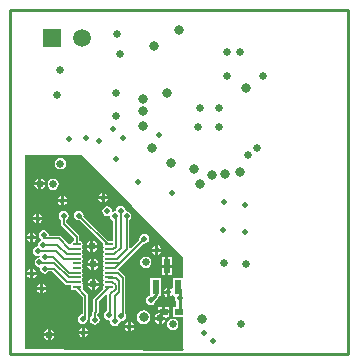
<source format=gbl>
%FSTAX24Y24*%
%MOIN*%
%SFA1B1*%

%IPPOS*%
%ADD15R,0.025000X0.020000*%
%ADD26C,0.010000*%
%ADD27C,0.006000*%
%ADD31R,0.059100X0.059100*%
%ADD32C,0.059100*%
%ADD33C,0.020000*%
%ADD34C,0.025000*%
%ADD35C,0.033000*%
%ADD42R,0.028000X0.009100*%
%ADD43O,0.028000X0.009100*%
%ADD44R,0.023600X0.047200*%
%LN16_chan-1*%
%LPD*%
G36*
X01766Y013284D02*
Y012612D01*
X017306*
Y012292*
X017297Y012287*
X017262Y012268*
X017212Y012301*
X0172Y012303*
Y01215*
Y011997*
X017212Y011999*
X017265Y012035*
X017306Y012087*
Y012019*
X017337*
X017369Y011981*
X017367Y01197*
X017379Y011908*
X017415Y011855*
X017418Y011853*
Y01166*
X017315*
Y01134*
X01766*
Y01026*
X017664Y010256*
X017645Y01021*
X01239Y01025*
Y01671*
X012394Y01672*
X014267*
X01766Y013284*
G37*
%LN16_chan-2*%
%LPC*%
G36*
X01461Y01237D02*
X014481D01*
X014486Y012348*
X014527Y012287*
X014588Y012246*
X01461Y012241*
Y01237*
G37*
G36*
X014839D02*
X01471D01*
Y012241*
X014732Y012246*
X014793Y012287*
X014834Y012348*
X014839Y01237*
G37*
G36*
X01288Y01242D02*
X012868Y012418D01*
X012815Y012382*
X012779Y012329*
X012777Y012317*
X01288*
Y01242*
G37*
G36*
X0171Y012303D02*
X017088Y012301D01*
X017035Y012265*
X016999Y012212*
X016997Y0122*
X0171*
Y012303*
G37*
G36*
Y0121D02*
X016997D01*
X016999Y012088*
X017035Y012035*
X017088Y011999*
X0171Y011997*
Y0121*
G37*
G36*
X016914Y012612D02*
X016558D01*
Y012051*
X016508Y012041*
X016455Y012005*
X016419Y011952*
X016407Y01189*
X016419Y011828*
X016455Y011775*
X016508Y011739*
X01657Y011727*
X016632Y011739*
X016685Y011775*
X016721Y011828*
X016733Y01189*
X016732Y011894*
X016815Y011977*
X01684Y012013*
X016841Y012019*
X016914*
Y012612*
G37*
G36*
X013083Y012217D02*
X01298D01*
Y012114*
X012992Y012116*
X013045Y012151*
X013081Y012204*
X013083Y012217*
G37*
G36*
X01288D02*
X012777D01*
X012779Y012204*
X012815Y012151*
X012868Y012116*
X01288Y012114*
Y012217*
G37*
G36*
X01298Y01242D02*
Y012317D01*
X013083*
X013081Y012329*
X013045Y012382*
X012992Y012418*
X01298Y01242*
G37*
G36*
X01256Y012923D02*
X012548Y012921D01*
X012495Y012885*
X012459Y012832*
X012457Y01282*
X01256*
Y012923*
G37*
G36*
X017288Y012974D02*
X01716D01*
Y012728*
X017288*
Y012974*
G37*
G36*
X01459Y01303D02*
X014461D01*
X014466Y013008*
X014507Y012947*
X014568Y012906*
X01459Y012901*
Y01303*
G37*
G36*
X01266Y012923D02*
Y01282D01*
X012763*
X012761Y012832*
X012725Y012885*
X012672Y012921*
X01266Y012923*
G37*
G36*
X01706Y012974D02*
X016932D01*
Y012728*
X01706*
Y012974*
G37*
G36*
X01471Y012599D02*
Y01247D01*
X014839*
X014834Y012492*
X014793Y012553*
X014732Y012594*
X01471Y012599*
G37*
G36*
X01461D02*
X014588Y012594D01*
X014527Y012553*
X014486Y012492*
X014481Y01247*
X01461*
Y012599*
G37*
G36*
X012763Y01272D02*
X01266D01*
Y012617*
X012672Y012619*
X012725Y012655*
X012761Y012708*
X012763Y01272*
G37*
G36*
X01256D02*
X012457D01*
X012459Y012708*
X012495Y012655*
X012548Y012619*
X01256Y012617*
Y01272*
G37*
G36*
X0158Y01095D02*
X015697D01*
X015699Y010938*
X015735Y010885*
X015788Y010849*
X0158Y010847*
Y01095*
G37*
G36*
X01323Y010919D02*
Y01079D01*
X013359*
X013354Y010812*
X013313Y010873*
X013252Y010914*
X01323Y010919*
G37*
G36*
X01427Y010963D02*
X014258Y010961D01*
X014205Y010925*
X014169Y010872*
X014167Y01086*
X01427*
Y010963*
G37*
G36*
X016003Y01095D02*
X0159D01*
Y010847*
X015912Y010849*
X015965Y010885*
X016001Y010938*
X016003Y01095*
G37*
G36*
X01313Y010919D02*
X013108Y010914D01*
X013047Y010873*
X013006Y010812*
X013001Y01079*
X01313*
Y010919*
G37*
G36*
X013359Y01069D02*
X01323D01*
Y010561*
X013252Y010566*
X013313Y010607*
X013354Y010668*
X013359Y01069*
G37*
G36*
X01313D02*
X013001D01*
X013006Y010668*
X013047Y010607*
X013108Y010566*
X01313Y010561*
Y01069*
G37*
G36*
X014473Y01076D02*
X01437D01*
Y010657*
X014382Y010659*
X014435Y010695*
X014471Y010748*
X014473Y01076*
G37*
G36*
X01427D02*
X014167D01*
X014169Y010748*
X014205Y010695*
X014258Y010659*
X01427Y010657*
Y01076*
G37*
G36*
X01437Y010963D02*
Y01086D01*
X014473*
X014471Y010872*
X014435Y010925*
X014382Y010961*
X01437Y010963*
G37*
G36*
X016815Y011474D02*
X016801Y011459D01*
X016789Y011442*
X016747Y011413*
X016706Y011352*
X016701Y01133*
X017059*
X017064Y011301*
X017096Y01134*
X017185*
Y01145*
X016815*
Y011474*
G37*
G36*
X017059Y01123D02*
X01693D01*
Y011101*
X016952Y011106*
X017013Y011147*
X017054Y011208*
X017059Y01123*
G37*
G36*
X017185Y01166D02*
X01705D01*
Y01155*
X017185*
Y01166*
G37*
G36*
X01695D02*
X016815D01*
Y01155*
X01695*
Y01166*
G37*
G36*
X01683Y01123D02*
X016701D01*
X016706Y011208*
X016747Y011147*
X016808Y011106*
X01683Y011101*
Y01123*
G37*
G36*
X0158Y011153D02*
X015788Y011151D01*
X015735Y011115*
X015699Y011062*
X015697Y01105*
X0158*
Y011153*
G37*
G36*
X0173Y011269D02*
X017228Y011254D01*
X017167Y011213*
X017126Y011152*
X017111Y01108*
X017126Y011008*
X017167Y010947*
X017228Y010906*
X0173Y010891*
X017372Y010906*
X017433Y010947*
X017474Y011008*
X017489Y01108*
X017474Y011152*
X017433Y011213*
X017372Y011254*
X0173Y011269*
G37*
G36*
X016333Y011546D02*
X016245Y011529D01*
X016171Y011479*
X016121Y011405*
X016104Y011317*
X016121Y011229*
X016171Y011155*
X016245Y011105*
X016333Y011088*
X016421Y011105*
X016495Y011155*
X016545Y011229*
X016562Y011317*
X016545Y011405*
X016495Y011479*
X016421Y011529*
X016333Y011546*
G37*
G36*
X0159Y011153D02*
Y01105D01*
X016003*
X016001Y011062*
X015965Y011115*
X015912Y011151*
X0159Y011153*
G37*
G36*
X013773Y01515D02*
X01367D01*
Y015047*
X013682Y015049*
X013735Y015085*
X013771Y015138*
X013773Y01515*
G37*
G36*
X01357D02*
X013467D01*
X013469Y015138*
X013505Y015085*
X013558Y015049*
X01357Y015047*
Y01515*
G37*
G36*
X015133Y01525D02*
X01503D01*
Y015147*
X015042Y015149*
X015095Y015185*
X015131Y015238*
X015133Y01525*
G37*
G36*
X01493D02*
X014827D01*
X014829Y015238*
X014865Y015185*
X014918Y015149*
X01493Y015147*
Y01525*
G37*
G36*
X01557Y015033D02*
X015508Y015021D01*
X015455Y014985*
X015419Y014932*
X015407Y01487*
X015386Y014849*
X015372Y014851*
X015309Y014839*
X015304Y014836*
X015283Y01485*
X015271Y014912*
X015235Y014965*
X015182Y015001*
X01512Y015013*
X015058Y015001*
X015005Y014965*
X014969Y014912*
X014957Y01485*
X014969Y014788*
X015005Y014735*
X015058Y014699*
X01512Y014687*
X015182Y014699*
X015187Y014703*
X015209Y014688*
X015221Y014626*
X015256Y014573*
X015305Y01454*
Y013885*
X015266Y013854*
X015261Y013855*
X015155*
X014328Y014682*
X014333Y01471*
X014321Y014772*
X014285Y014825*
X014232Y014861*
X01417Y014873*
X014108Y014861*
X014055Y014825*
X014019Y014772*
X014007Y01471*
X014019Y014648*
X014055Y014595*
X014108Y014559*
X01417Y014547*
X014198Y014552*
X014971Y013779*
X014965Y013747*
X014973Y013706*
X014997Y013671*
Y013666*
X014973Y013631*
X014965Y01359*
X014973Y013549*
X014997Y013514*
Y013508*
X014973Y013473*
X014965Y013432*
X014973Y013391*
X014997Y013356*
Y013351*
X014973Y013316*
X014965Y013275*
X014973Y013234*
X014997Y013199*
Y013193*
X014973Y013158*
X014965Y013117*
X014973Y013076*
X014997Y013041*
Y013036*
X014973Y013001*
X014965Y01296*
X014973Y012919*
X014997Y012884*
Y012878*
X014973Y012844*
X014965Y012802*
X014973Y012761*
X014997Y012727*
Y012721*
X014973Y012686*
X014965Y012645*
X014973Y012604*
X014997Y012569*
Y012563*
X014973Y012529*
X014965Y012487*
X014973Y012446*
X014997Y012412*
Y012406*
X014973Y012371*
X014965Y01233*
X014973Y012289*
X014982Y012275*
X014677Y01197*
X014657Y01194*
X01465Y011905*
Y011543*
X014635Y011528*
X014615Y011499*
X014608Y011464*
Y011361*
X014585Y011345*
X014549Y011292*
X014537Y01123*
X014549Y011168*
X014585Y011115*
X014638Y011079*
X0147Y011067*
X014762Y011079*
X014815Y011115*
X014851Y011168*
X014863Y01123*
X014851Y011292*
X014815Y011345*
X014792Y011361*
Y011426*
X014807Y01144*
X014827Y01147*
X014834Y011505*
Y011867*
X015065Y012098*
X015113Y012088*
X015118Y012086*
Y011542*
X015112Y011541*
X015059Y011505*
X015024Y011452*
X015012Y01139*
X015024Y011328*
X015059Y011275*
X015112Y011239*
X015175Y011227*
X015209Y011192*
X015207Y01118*
X015219Y011118*
X015255Y011065*
X015308Y011029*
X01537Y011017*
X015432Y011029*
X015485Y011065*
X015521Y011118*
X015532Y011172*
X015573Y0112*
X01559Y011197*
X015652Y011209*
X015705Y011245*
X015741Y011298*
X015753Y01136*
X015741Y011422*
X015728Y011441*
Y012643*
X015721Y012678*
X015702Y012708*
X015542Y012867*
X015513Y012887*
X015478Y012894*
Y012928*
X015602Y013053*
X016322Y013772*
X01635Y013767*
X016412Y013779*
X016465Y013815*
X016501Y013868*
X016513Y01393*
X016501Y013992*
X016465Y014045*
X016412Y014081*
X01635Y014093*
X016288Y014081*
X016235Y014045*
X016199Y013992*
X016187Y01393*
X016192Y013902*
X015903Y013613*
X015857Y013632*
Y014554*
X015881Y014569*
X015916Y014622*
X015928Y014685*
X015916Y014747*
X015881Y0148*
X015828Y014835*
X015765Y014848*
X015757Y014846*
X015733Y01487*
X015721Y014932*
X015685Y014985*
X015632Y015021*
X01557Y015033*
G37*
G36*
X012963Y01456D02*
X01286D01*
Y014457*
X012872Y014459*
X012925Y014495*
X012961Y014548*
X012963Y01456*
G37*
G36*
X01276D02*
X012657D01*
X012659Y014548*
X012695Y014495*
X012748Y014459*
X01276Y014457*
Y01456*
G37*
G36*
X01286Y014763D02*
Y01466D01*
X012963*
X012961Y014672*
X012925Y014725*
X012872Y014761*
X01286Y014763*
G37*
G36*
X01276D02*
X012748Y014761D01*
X012695Y014725*
X012659Y014672*
X012657Y01466*
X01276*
Y014763*
G37*
G36*
X01357Y015353D02*
X013558Y015351D01*
X013505Y015315*
X013469Y015262*
X013467Y01525*
X01357*
Y015353*
G37*
G36*
X01282Y015949D02*
X012798Y015944D01*
X012737Y015903*
X012696Y015842*
X012691Y01582*
X01282*
Y015949*
G37*
G36*
X013049Y01572D02*
X01292D01*
Y015591*
X012942Y015596*
X013003Y015637*
X013044Y015698*
X013049Y01572*
G37*
G36*
X01356Y016629D02*
X013488Y016614D01*
X013427Y016573*
X013386Y016512*
X013371Y01644*
X013386Y016368*
X013427Y016307*
X013488Y016266*
X01356Y016251*
X013632Y016266*
X013693Y016307*
X013734Y016368*
X013749Y01644*
X013734Y016512*
X013693Y016573*
X013632Y016614*
X01356Y016629*
G37*
G36*
X01292Y015949D02*
Y01582D01*
X013049*
X013044Y015842*
X013003Y015903*
X012942Y015944*
X01292Y015949*
G37*
G36*
X01282Y01572D02*
X012691D01*
X012696Y015698*
X012737Y015637*
X012798Y015596*
X01282Y015591*
Y01572*
G37*
G36*
X01493Y015453D02*
X014918Y015451D01*
X014865Y015415*
X014829Y015362*
X014827Y01535*
X01493*
Y015453*
G37*
G36*
X01367Y015353D02*
Y01525D01*
X013773*
X013771Y015262*
X013735Y015315*
X013682Y015351*
X01367Y015353*
G37*
G36*
X01332Y015939D02*
X013248Y015924D01*
X013187Y015883*
X013146Y015822*
X013131Y01575*
X013146Y015678*
X013187Y015617*
X013248Y015576*
X01332Y015561*
X013392Y015576*
X013453Y015617*
X013494Y015678*
X013509Y01575*
X013494Y015822*
X013453Y015883*
X013392Y015924*
X01332Y015939*
G37*
G36*
X01503Y015453D02*
Y01535D01*
X015133*
X015131Y015362*
X015095Y015415*
X015042Y015451*
X01503Y015453*
G37*
G36*
X01672Y01351D02*
X016617D01*
X016619Y013498*
X016655Y013445*
X016708Y013409*
X01672Y013407*
Y01351*
G37*
G36*
X01469Y013259D02*
Y01313D01*
X014819*
X014814Y013152*
X014773Y013213*
X014712Y013254*
X01469Y013259*
G37*
G36*
X01456Y01363D02*
X014431D01*
X014436Y013608*
X014477Y013547*
X014538Y013506*
X01456Y013501*
Y01363*
G37*
G36*
X016923Y01351D02*
X01682D01*
Y013407*
X016832Y013409*
X016885Y013445*
X016921Y013498*
X016923Y01351*
G37*
G36*
X01459Y013259D02*
X014568Y013254D01*
X014507Y013213*
X014466Y013152*
X014461Y01313*
X01459*
Y013259*
G37*
G36*
X0164Y013339D02*
X016328Y013324D01*
X016267Y013283*
X016226Y013222*
X016211Y01315*
X016226Y013078*
X016267Y013017*
X016328Y012976*
X0164Y012961*
X016472Y012976*
X016533Y013017*
X016574Y013078*
X016589Y01315*
X016574Y013222*
X016533Y013283*
X016472Y013324*
X0164Y013339*
G37*
G36*
X014819Y01303D02*
X01469D01*
Y012901*
X014712Y012906*
X014773Y012947*
X014814Y013008*
X014819Y01303*
G37*
G36*
X017288Y013321D02*
X01716D01*
Y013074*
X017288*
Y013321*
G37*
G36*
X01706D02*
X016932D01*
Y013074*
X01706*
Y013321*
G37*
G36*
X014789Y01363D02*
X01466D01*
Y013501*
X014682Y013506*
X014743Y013547*
X014784Y013608*
X014789Y01363*
G37*
G36*
X012756Y01394D02*
X012653D01*
Y013837*
X012666Y013839*
X012719Y013875*
X012754Y013928*
X012756Y01394*
G37*
G36*
X012553D02*
X01245D01*
X012452Y013928*
X012488Y013875*
X012541Y013839*
X012553Y013837*
Y01394*
G37*
G36*
X012653Y014143D02*
Y01404D01*
X012756*
X012754Y014052*
X012719Y014105*
X012666Y014141*
X012653Y014143*
G37*
G36*
X012553D02*
X012541Y014141D01*
X012488Y014105*
X012452Y014052*
X01245Y01404*
X012553*
Y014143*
G37*
G36*
X01367Y014863D02*
X013608Y014851D01*
X013555Y014815*
X013519Y014762*
X013507Y0147*
X013519Y014638*
X013555Y014585*
X013578Y014569*
Y01443*
X013585Y014395*
X013605Y014365*
X014008Y013962*
Y013855*
X014006*
X013964Y013846*
X01393Y013823*
X013906Y013788*
X013898Y013747*
X013843Y013736*
X013565Y014015*
X013535Y014035*
X0135Y014042*
X013178*
X013163Y01406*
X013151Y014122*
X013115Y014175*
X013062Y014211*
X013Y014223*
X012938Y014211*
X012885Y014175*
X012849Y014122*
X012837Y01406*
X012849Y013998*
X012885Y013945*
X012913Y013926*
X012915Y013915*
X012908Y013871*
X012855Y013835*
X012819Y013782*
X012807Y01372*
X0128Y013683*
X012738Y013671*
X012685Y013635*
X012649Y013582*
X012637Y01352*
X012649Y013458*
X012685Y013405*
X012738Y013369*
X0128Y013357*
X012862Y013369*
X012869Y013362*
X012865Y01334*
X012857Y013312*
X012798Y013301*
X012745Y013265*
X012709Y013212*
X012697Y01315*
X012709Y013088*
X012745Y013035*
X012798Y012999*
X012841Y012991*
X012869Y012949*
X012867Y01294*
X012879Y012878*
X012915Y012825*
X012968Y012789*
X01303Y012777*
X013092Y012789*
X013145Y012825*
X013161Y012848*
X013292*
X013718Y012423*
X013747Y012403*
X013783Y012396*
X0139*
Y012225*
X014075*
X014296Y012005*
Y011422*
X014238Y011411*
X014185Y011375*
X014149Y011322*
X014137Y01126*
X014149Y011198*
X014185Y011145*
X014238Y011109*
X0143Y011097*
X014362Y011109*
X014415Y011145*
X014451Y011198*
X014459Y011237*
X014472Y011257*
X014473Y011263*
X014479Y011293*
Y012043*
X014472Y012078*
X014452Y012107*
X0143Y01226*
Y012435*
X014294Y012446*
X014302Y012487*
X014294Y012529*
X01427Y012563*
Y012569*
X014294Y012604*
X014302Y012645*
X014294Y012686*
X01427Y012721*
Y012727*
X014294Y012761*
X014302Y012802*
X014294Y012844*
X01427Y012878*
Y012884*
X014294Y012919*
X014302Y01296*
X014294Y013001*
X01427Y013036*
Y013041*
X014294Y013076*
X014302Y013117*
X014294Y013158*
X01427Y013193*
Y013199*
X014294Y013234*
X014302Y013275*
X014294Y013316*
X01427Y013351*
Y013356*
X014294Y013391*
X014302Y013432*
X014294Y013473*
X01427Y013508*
Y013514*
X014294Y013549*
X014302Y01359*
X014294Y013631*
X01427Y013666*
Y013671*
X014294Y013706*
X014302Y013747*
X014294Y013788*
X01427Y013823*
X014236Y013846*
X014194Y013855*
X014192*
Y014*
X014185Y014035*
X014165Y014065*
X013762Y014468*
Y014569*
X013785Y014585*
X013821Y014638*
X013833Y0147*
X013821Y014762*
X013785Y014815*
X013732Y014851*
X01367Y014863*
G37*
G36*
X01682Y013713D02*
Y01361D01*
X016923*
X016921Y013622*
X016885Y013675*
X016832Y013711*
X01682Y013713*
G37*
G36*
X01672D02*
X016708Y013711D01*
X016655Y013675*
X016619Y013622*
X016617Y01361*
X01672*
Y013713*
G37*
G36*
X01466Y013859D02*
Y01373D01*
X014789*
X014784Y013752*
X014743Y013813*
X014682Y013854*
X01466Y013859*
G37*
G36*
X01456D02*
X014538Y013854D01*
X014477Y013813*
X014436Y013752*
X014431Y01373*
X01456*
Y013859*
G37*
%LN16_chan-3*%
%LPD*%
G54D15*
X0175Y0115D03*
X017D03*
G54D26*
X01753Y01227D02*
D01*
X017529Y012273*
X017529Y012276*
X017528Y012279*
X017528Y012282*
X017527Y012285*
X017526Y012288*
X017524Y012291*
X017523Y012294*
X017521Y012297*
X017519Y012299*
X017517Y012301*
X017514Y012304*
X017512Y012306*
X017509Y012308*
X017507Y012309*
X017504Y012311*
X017501Y012312*
X017498Y012313*
X017495Y012314*
X017491Y012315*
X017488Y012315*
X017485Y012315*
X017484Y012316*
X01753Y01197D02*
Y01227D01*
X01688Y01138D02*
X017Y0115D01*
X01688Y01128D02*
Y01138D01*
X016736Y012056D02*
Y012316D01*
X01659Y01191D02*
X016736Y012056D01*
X01753Y01153D02*
Y01197D01*
X0175Y0115D02*
X01753Y01153D01*
X01188Y0101D02*
Y02156D01*
Y0101D02*
X02314D01*
Y02156*
X01188D02*
X02314D01*
G54D27*
X01417Y01471D02*
X015133Y013747D01*
X013Y01395D02*
X0135D01*
X013D02*
Y01406D01*
X01367Y01443D02*
Y0147D01*
X01537Y01112D02*
X0154Y01115D01*
X015167Y012802D02*
X015478D01*
X015172Y01264D02*
X015397D01*
X015167Y012645D02*
X015172Y01264D01*
X015517Y012157D02*
Y01252D01*
X015397Y01264D02*
X015517Y01252D01*
X015478Y012802D02*
X015637Y012643D01*
X015397Y012274D02*
Y012386D01*
X015167Y012487D02*
X015295D01*
X015397Y012386*
X014742Y011905D02*
X015167Y01233D01*
X014387Y011293D02*
Y012043D01*
X0141Y01233D02*
X014387Y012043D01*
X013783Y012487D02*
X0141D01*
X01286Y01315D02*
X01287Y01314D01*
X013835Y012645D02*
X0141D01*
X013848Y012802D02*
X0141D01*
X013768Y013432D02*
X0141D01*
X01346Y01374D02*
X013768Y013432D01*
X01386Y01359D02*
X0141D01*
Y013747D02*
Y014D01*
X01367Y01443D02*
X0141Y014D01*
X015372Y014688D02*
X015397Y014663D01*
Y013673D02*
Y014663D01*
X01532Y013597D02*
X015397Y013673D01*
X015174Y013597D02*
X01532D01*
X015167Y01359D02*
X015174Y013597D01*
X015167Y013432D02*
X015362D01*
X01557Y01364*
Y01487*
X015765Y013595D02*
Y014685D01*
X015445Y013275D02*
X015765Y013595D01*
X015167Y013275D02*
X015445D01*
X015537Y013117D02*
X01635Y01393D01*
X01515Y01139D02*
X01521Y01145D01*
Y012087*
X015397Y012274*
X01539Y01203D02*
X015517Y012157D01*
X01539Y01121D02*
Y01203D01*
X01537Y01119D02*
X01539Y01121D01*
X01537Y01112D02*
Y01118D01*
Y01119*
X015637Y01136D02*
Y012643D01*
X014355Y01126D02*
X014387Y011293D01*
X0143Y01126D02*
X014355D01*
X0147Y01123D02*
Y011464D01*
X014742Y011505*
Y011905*
X015167Y01296D02*
X01538D01*
X015537Y013117*
X015167D02*
X015537D01*
X013665Y013275D02*
X0141D01*
X01303Y01294D02*
X01333D01*
X013783Y012487*
X01341Y01353D02*
X013665Y013275D01*
X01332Y01333D02*
X013848Y012802D01*
X01334Y01314D02*
X013835Y012645D01*
X0135Y01395D02*
X01386Y01359D01*
X01306Y01333D02*
X01332D01*
X01287Y01314D02*
X01334D01*
X0128Y01352D02*
X01281Y01353D01*
X01341*
X01297Y01372D02*
X01299Y01374D01*
X01346*
G54D31*
X01327Y02062D03*
G54D32*
X01427Y02062D03*
G54D33*
X01453Y01472D03*
X014833Y014943D03*
X01512Y01485D03*
X01498Y0153D03*
X015372Y014688D03*
X01509Y01103D03*
X015175Y01139D03*
X0148Y01096D03*
X01559Y01136D03*
X01417Y01471D03*
X01685Y0174D03*
X015765Y014685D03*
X01557Y01487D03*
X01635Y01393D03*
X01537Y01118D03*
X01715Y01215D03*
X01293Y012267D03*
X01261Y01277D03*
X012603Y01399D03*
X01281Y01461D03*
X01362Y0152D03*
X01677Y01356D03*
X01711Y01299D03*
X01585Y011D03*
X01432Y01081D03*
X0143Y01126D03*
X0147Y01123D03*
X01286Y01315D03*
X01303Y01294D03*
X01306Y01333D03*
X0128Y01352D03*
X013Y01406D03*
X01297Y01372D03*
X01532Y01759D03*
X01563Y01731D03*
X01483Y0172D03*
X01541Y01661D03*
X01616Y01584D03*
X01728Y01547D03*
X019Y01516D03*
X01899Y01424D03*
X01971Y01416D03*
Y01507D03*
X01367Y0147D03*
X01833Y01079D03*
X01864Y01052D03*
X01386Y01727D03*
X0144Y0173D03*
X01753Y01197D03*
X01657Y01189D03*
G54D34*
X01553Y02009D03*
X01354Y01957D03*
X01546Y02076D03*
X0198Y01673D03*
X01318Y01074D03*
X01287Y01577D03*
X01332Y01575D03*
X01955Y02015D03*
X0191Y01935D03*
X01541Y01878D03*
Y01803D03*
X01976Y01308D03*
X01957Y0111D03*
X0201Y01695D03*
X0203Y01935D03*
X0191Y02015D03*
X0164Y01315D03*
X0182Y0183D03*
X01885D03*
X01815Y01765D03*
X01885D03*
X01466Y01242D03*
X01461Y01368D03*
X01464Y01308D03*
X019Y01312D03*
X01356Y01644D03*
X01346Y01873D03*
X0173Y01108D03*
X01688Y01128D03*
G54D35*
X0163Y0182D03*
X0186Y01605D03*
X018Y01625D03*
X0166Y01695D03*
X01955Y01615D03*
X01905Y0161D03*
X0182Y01575D03*
X01725Y01645D03*
X0171Y0188D03*
X01975Y01895D03*
X01667Y02035D03*
X0163Y0177D03*
Y0186D03*
X016333Y011317D03*
X0175Y02089D03*
X01828Y01126D03*
G54D42*
X0141Y01233D03*
G54D43*
X0141Y012487D03*
Y012645D03*
Y012802D03*
Y01296D03*
Y013117D03*
Y013275D03*
Y013432D03*
Y01359D03*
Y013747D03*
X015167Y01233D03*
Y012487D03*
Y012645D03*
Y012802D03*
Y01296D03*
Y013117D03*
Y013275D03*
Y013432D03*
Y01359D03*
Y013747D03*
G54D44*
X01711Y013024D03*
X016736Y012316D03*
X017484D03*
M02*
</source>
